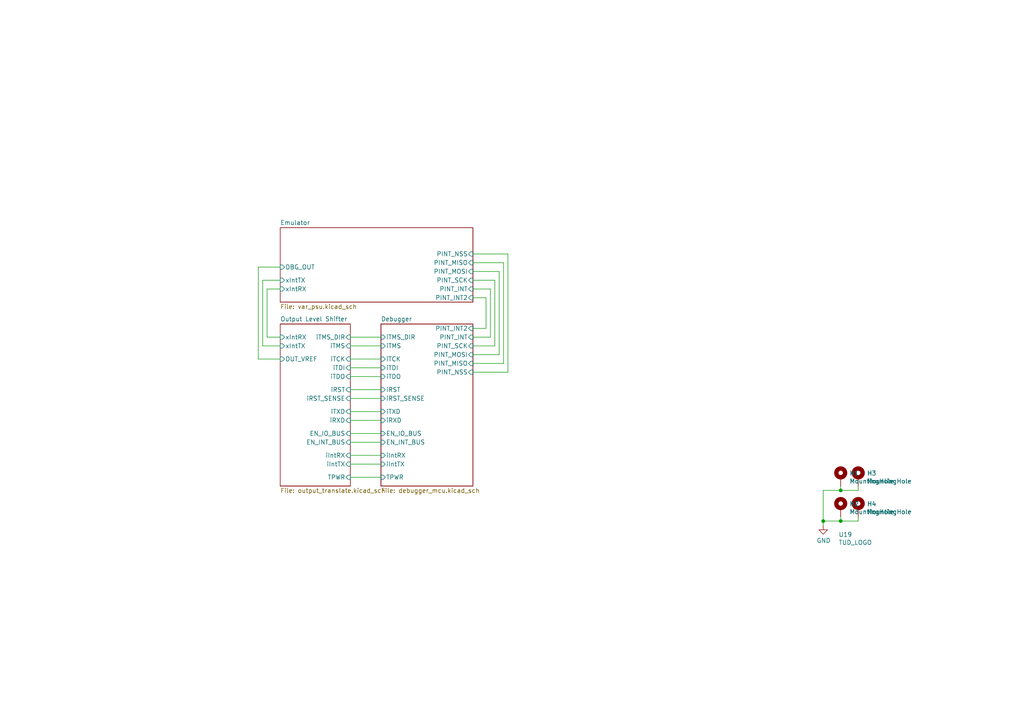
<source format=kicad_sch>
(kicad_sch (version 20230121) (generator eeschema)
  (paper "A4")
  (title_block (title "DIPS-Intermittent Debugger") (date "2022-08-16") (rev "2.1"))
  (lib_symbols
    (symbol "Mechanical:MountingHole_Pad" (pin_numbers hide) (pin_names (offset 1.016) hide)
      (property "Reference" "H" (at 0 6.35 0))
      (property "Value" "MountingHole_Pad" (at 0 4.445 0))
      (symbol "MountingHole_Pad_0_1"
        (circle (center 0 1.27) (radius 1.27) (stroke (width 1.27)))
      )
      (symbol "MountingHole_Pad_1_1"
        (pin input line (at 0 -2.54 90) (length 2.54) (name "1") (number "1"))
      )
    )
    (symbol "jaspers_lib:TUD_LOGO" (pin_names (offset 1.016))
      (property "Reference" "U" (at 0 0 0))
      (property "Value" "TUD_LOGO" (at 0 0 0))
    )
    (symbol "power:GND" (power) (pin_names (offset 0))
      (property "Value" "GND" (at 0 -3.81 0))
      (symbol "GND_0_1"
        (polyline (pts (xy 0 0) (xy 0 -1.27) (xy 1.27 -1.27) (xy 0 -2.54) (xy -1.27 -1.27) (xy 0 -1.27)))
      )
      (symbol "GND_1_1"
        (pin power_in line (at 0 0 270) (length 0) hide (name "GND") (number "1"))
      )
    )
  )
  (junction (at 238.76 151.13))
  (junction (at 243.84 142.24))
  (junction (at 243.84 151.13))
  (wire (pts (xy 77.47 83.82) (xy 81.28 83.82)))
  (wire (pts (xy 110.49 100.33) (xy 101.6 100.33)))
  (wire (pts (xy 147.32 107.95) (xy 137.16 107.95)))
  (wire (pts (xy 101.6 119.38) (xy 110.49 119.38)))
  (wire (pts (xy 143.51 81.28) (xy 137.16 81.28)))
  (wire (pts (xy 81.28 77.47) (xy 74.93 77.47)))
  (wire (pts (xy 146.05 105.41) (xy 146.05 76.2)))
  (wire (pts (xy 142.24 97.79) (xy 142.24 83.82)))
  (wire (pts (xy 110.49 115.57) (xy 101.6 115.57)))
  (wire (pts (xy 101.6 104.14) (xy 110.49 104.14)))
  (wire (pts (xy 101.6 138.43) (xy 110.49 138.43)))
  (wire (pts (xy 144.78 78.74) (xy 144.78 102.87)))
  (wire (pts (xy 76.2 100.33) (xy 76.2 81.28)))
  (wire (pts (xy 143.51 100.33) (xy 143.51 81.28)))
  (wire (pts (xy 101.6 97.79) (xy 110.49 97.79)))
  (wire (pts (xy 77.47 83.82) (xy 77.47 97.79)))
  (wire (pts (xy 140.97 86.36) (xy 140.97 95.25)))
  (wire (pts (xy 137.16 95.25) (xy 140.97 95.25)))
  (wire (pts (xy 101.6 106.68) (xy 110.49 106.68)))
  (wire (pts (xy 137.16 100.33) (xy 143.51 100.33)))
  (wire (pts (xy 101.6 113.03) (xy 110.49 113.03)))
  (wire (pts (xy 147.32 73.66) (xy 147.32 107.95)))
  (wire (pts (xy 243.84 149.86) (xy 243.84 151.13)))
  (wire (pts (xy 77.47 97.79) (xy 81.28 97.79)))
  (wire (pts (xy 137.16 105.41) (xy 146.05 105.41)))
  (wire (pts (xy 101.6 125.73) (xy 110.49 125.73)))
  (wire (pts (xy 146.05 76.2) (xy 137.16 76.2)))
  (wire (pts (xy 248.92 151.13) (xy 243.84 151.13)))
  (wire (pts (xy 243.84 151.13) (xy 238.76 151.13)))
  (wire (pts (xy 74.93 77.47) (xy 74.93 104.14)))
  (wire (pts (xy 243.84 142.24) (xy 238.76 142.24)))
  (wire (pts (xy 110.49 134.62) (xy 101.6 134.62)))
  (wire (pts (xy 238.76 151.13) (xy 238.76 152.4)))
  (wire (pts (xy 142.24 83.82) (xy 137.16 83.82)))
  (wire (pts (xy 110.49 121.92) (xy 101.6 121.92)))
  (wire (pts (xy 110.49 109.22) (xy 101.6 109.22)))
  (wire (pts (xy 110.49 128.27) (xy 101.6 128.27)))
  (wire (pts (xy 243.84 142.24) (xy 243.84 140.97)))
  (wire (pts (xy 101.6 132.08) (xy 110.49 132.08)))
  (wire (pts (xy 248.92 142.24) (xy 243.84 142.24)))
  (wire (pts (xy 137.16 73.66) (xy 147.32 73.66)))
  (wire (pts (xy 248.92 140.97) (xy 248.92 142.24)))
  (wire (pts (xy 137.16 86.36) (xy 140.97 86.36)))
  (wire (pts (xy 137.16 78.74) (xy 144.78 78.74)))
  (wire (pts (xy 81.28 100.33) (xy 76.2 100.33)))
  (wire (pts (xy 238.76 142.24) (xy 238.76 151.13)))
  (wire (pts (xy 248.92 149.86) (xy 248.92 151.13)))
  (wire (pts (xy 74.93 104.14) (xy 81.28 104.14)))
  (wire (pts (xy 137.16 97.79) (xy 142.24 97.79)))
  (wire (pts (xy 144.78 102.87) (xy 137.16 102.87)))
  (wire (pts (xy 76.2 81.28) (xy 81.28 81.28)))
  (symbol (lib_id "Mechanical:MountingHole_Pad") (at 243.84 138.43 0) (unit 1) (in_bom no)
    (property "Reference" "H1" (at 246.38 137.2616 0) (effects (justify left)))
    (property "Value" "MountingHole" (at 246.38 139.573 0) (effects (justify left)))
    (property "Footprint" "MountingHole:MountingHole_2.2mm_M2_DIN965_Pad_TopBottom" (effects hide))
    (property "MPN" "-" (effects hide))
  )
  (symbol (lib_id "Mechanical:MountingHole_Pad") (at 243.84 147.32 0) (unit 1) (in_bom no)
    (property "Reference" "H2" (at 246.38 146.1516 0) (effects (justify left)))
    (property "Value" "MountingHole" (at 246.38 148.463 0) (effects (justify left)))
    (property "Footprint" "MountingHole:MountingHole_2.2mm_M2_DIN965_Pad_TopBottom" (effects hide))
    (property "MPN" "-" (effects hide))
  )
  (symbol (lib_id "Mechanical:MountingHole_Pad") (at 248.92 138.43 0) (unit 1) (in_bom no)
    (property "Reference" "H3" (at 251.46 137.2616 0) (effects (justify left)))
    (property "Value" "MountingHole" (at 251.46 139.573 0) (effects (justify left)))
    (property "Footprint" "MountingHole:MountingHole_2.2mm_M2_DIN965_Pad_TopBottom" (effects hide))
    (property "MPN" "-" (effects hide))
  )
  (symbol (lib_id "Mechanical:MountingHole_Pad") (at 248.92 147.32 0) (unit 1) (in_bom no)
    (property "Reference" "H4" (at 251.46 146.1516 0) (effects (justify left)))
    (property "Value" "MountingHole" (at 251.46 148.463 0) (effects (justify left)))
    (property "Footprint" "MountingHole:MountingHole_2.2mm_M2_DIN965_Pad_TopBottom" (effects hide))
    (property "MPN" "-" (effects hide))
  )
  (symbol (lib_id "jaspers_lib:TUD_LOGO") (at 242.57 156.21 0) (unit 1) (in_bom no)
    (property "Reference" "U19" (at 243.205 155.0416 0) (effects (justify left)))
    (property "Value" "TUD_LOGO" (at 243.205 157.353 0) (effects (justify left)))
    (property "Footprint" "jaspers_footprints:DELFT_LOGO2" (effects hide))
    (property "MPN" "-" (effects hide))
  )
  (symbol (lib_id "power:GND") (at 238.76 152.4 0) (unit 1)
    (property "Reference" "#PWR0141" (effects hide))
    (property "Value" "GND" (at 238.887 156.7942 0))
  )
  (sheet (at 81.28 66.04) (size 55.88 21.59)
    (property "Sheetname" "Emulator" (at 81.28 65.3284 0) (effects (justify left bottom)))
    (property "Sheetfile" "var_psu.kicad_sch" (at 81.28 88.2146 0) (effects (justify left top)))
    (pin "xIntTX" input (at 81.28 81.28 180))
    (pin "xIntRX" input (at 81.28 83.82 180))
    (pin "PINT_INT" input (at 137.16 83.82 0))
    (pin "PINT_SCK" input (at 137.16 81.28 0))
    (pin "PINT_MISO" input (at 137.16 76.2 0))
    (pin "PINT_MOSI" input (at 137.16 78.74 0))
    (pin "PINT_NSS" input (at 137.16 73.66 0))
    (pin "DBG_OUT" input (at 81.28 77.47 180))
    (pin "PINT_INT2" input (at 137.16 86.36 0))
  )
  (sheet (at 81.28 93.98) (size 20.32 46.99)
    (property "Sheetname" "Output Level Shifter" (at 81.28 93.2684 0) (effects (justify left bottom)))
    (property "Sheetfile" "output_translate.kicad_sch" (at 81.28 141.5546 0) (effects (justify left top)))
    (pin "EN_IO_BUS" input (at 101.6 125.73 0))
    (pin "EN_INT_BUS" input (at 101.6 128.27 0))
    (pin "TPWR" input (at 101.6 138.43 0))
    (pin "iIntTX" input (at 101.6 134.62 0))
    (pin "iRST_SENSE" input (at 101.6 115.57 0))
    (pin "iIntRX" input (at 101.6 132.08 0))
    (pin "iTXD" input (at 101.6 119.38 0))
    (pin "iTCK" input (at 101.6 104.14 0))
    (pin "iTDI" input (at 101.6 106.68 0))
    (pin "iTDO" input (at 101.6 109.22 0))
    (pin "iRXD" input (at 101.6 121.92 0))
    (pin "iTMS" input (at 101.6 100.33 0))
    (pin "iTMS_DIR" input (at 101.6 97.79 0))
    (pin "iRST" input (at 101.6 113.03 0))
    (pin "xIntRX" input (at 81.28 97.79 180))
    (pin "xIntTX" input (at 81.28 100.33 180))
    (pin "DUT_VREF" input (at 81.28 104.14 180))
  )
  (sheet (at 110.49 93.98) (size 26.67 46.99)
    (property "Sheetname" "Debugger" (at 110.49 93.2684 0) (effects (justify left bottom)))
    (property "Sheetfile" "debugger_mcu.kicad_sch" (at 110.49 141.5546 0) (effects (justify left top)))
    (pin "iTMS_DIR" input (at 110.49 97.79 180))
    (pin "iRST" input (at 110.49 113.03 180))
    (pin "iTDI" input (at 110.49 106.68 180))
    (pin "iTCK" input (at 110.49 104.14 180))
    (pin "iTDO" input (at 110.49 109.22 180))
    (pin "iRST_SENSE" input (at 110.49 115.57 180))
    (pin "iTXD" input (at 110.49 119.38 180))
    (pin "iRXD" input (at 110.49 121.92 180))
    (pin "PINT_MOSI" input (at 137.16 102.87 0))
    (pin "PINT_MISO" input (at 137.16 105.41 0))
    (pin "PINT_SCK" input (at 137.16 100.33 0))
    (pin "PINT_NSS" input (at 137.16 107.95 0))
    (pin "EN_IO_BUS" input (at 110.49 125.73 180))
    (pin "EN_INT_BUS" input (at 110.49 128.27 180))
    (pin "iIntRX" input (at 110.49 132.08 180))
    (pin "iIntTX" input (at 110.49 134.62 180))
    (pin "PINT_INT" input (at 137.16 97.79 0))
    (pin "iTMS" input (at 110.49 100.33 180))
    (pin "TPWR" input (at 110.49 138.43 180))
    (pin "PINT_INT2" input (at 137.16 95.25 0))
  )
)
</source>
